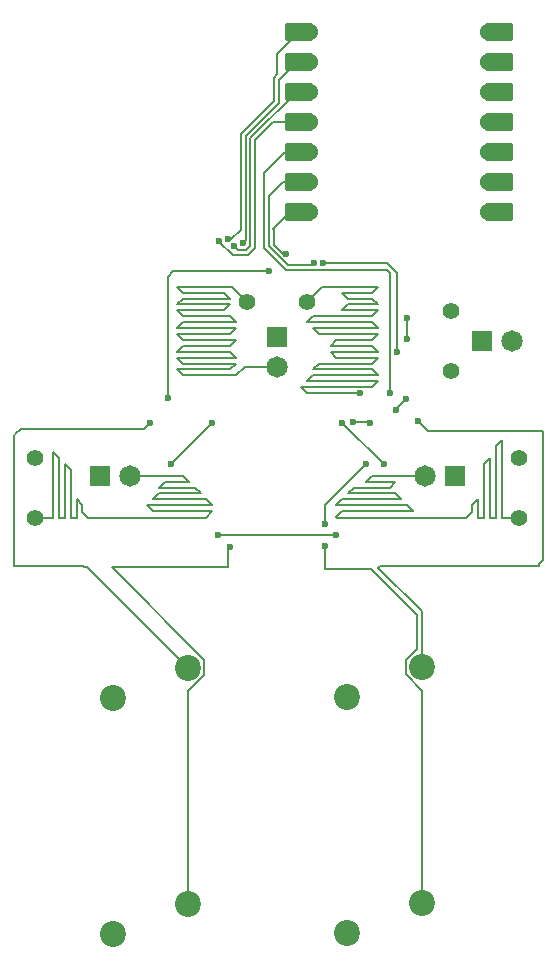
<source format=gbr>
%TF.GenerationSoftware,KiCad,Pcbnew,9.0.2*%
%TF.CreationDate,2025-06-30T11:25:01-04:00*%
%TF.ProjectId,magi_controller,6d616769-5f63-46f6-9e74-726f6c6c6572,rev?*%
%TF.SameCoordinates,Original*%
%TF.FileFunction,Copper,L1,Top*%
%TF.FilePolarity,Positive*%
%FSLAX46Y46*%
G04 Gerber Fmt 4.6, Leading zero omitted, Abs format (unit mm)*
G04 Created by KiCad (PCBNEW 9.0.2) date 2025-06-30 11:25:01*
%MOMM*%
%LPD*%
G01*
G04 APERTURE LIST*
G04 Aperture macros list*
%AMRoundRect*
0 Rectangle with rounded corners*
0 $1 Rounding radius*
0 $2 $3 $4 $5 $6 $7 $8 $9 X,Y pos of 4 corners*
0 Add a 4 corners polygon primitive as box body*
4,1,4,$2,$3,$4,$5,$6,$7,$8,$9,$2,$3,0*
0 Add four circle primitives for the rounded corners*
1,1,$1+$1,$2,$3*
1,1,$1+$1,$4,$5*
1,1,$1+$1,$6,$7*
1,1,$1+$1,$8,$9*
0 Add four rect primitives between the rounded corners*
20,1,$1+$1,$2,$3,$4,$5,0*
20,1,$1+$1,$4,$5,$6,$7,0*
20,1,$1+$1,$6,$7,$8,$9,0*
20,1,$1+$1,$8,$9,$2,$3,0*%
G04 Aperture macros list end*
%TA.AperFunction,ComponentPad*%
%ADD10C,1.400000*%
%TD*%
%TA.AperFunction,ComponentPad*%
%ADD11C,2.200000*%
%TD*%
%TA.AperFunction,ComponentPad*%
%ADD12C,1.815000*%
%TD*%
%TA.AperFunction,ComponentPad*%
%ADD13R,1.815000X1.815000*%
%TD*%
%TA.AperFunction,SMDPad,CuDef*%
%ADD14RoundRect,0.152400X1.063600X0.609600X-1.063600X0.609600X-1.063600X-0.609600X1.063600X-0.609600X0*%
%TD*%
%TA.AperFunction,ComponentPad*%
%ADD15C,1.524000*%
%TD*%
%TA.AperFunction,SMDPad,CuDef*%
%ADD16RoundRect,0.152400X-1.063600X-0.609600X1.063600X-0.609600X1.063600X0.609600X-1.063600X0.609600X0*%
%TD*%
%TA.AperFunction,ViaPad*%
%ADD17C,0.600000*%
%TD*%
%TA.AperFunction,Conductor*%
%ADD18C,0.200000*%
%TD*%
G04 APERTURE END LIST*
D10*
%TO.P,R1,1*%
%TO.N,Net-(D1-PadA)*%
X209000000Y-81540000D03*
%TO.P,R1,2*%
%TO.N,led1*%
X209000000Y-76460000D03*
%TD*%
D11*
%TO.P,SW3,1,1*%
%TO.N,button3*%
X180910000Y-114250000D03*
%TO.P,SW3,2,2*%
%TO.N,GND*%
X174560000Y-116790000D03*
%TD*%
D12*
%TO.P,D1,A*%
%TO.N,Net-(D1-PadA)*%
X200960000Y-78000000D03*
D13*
%TO.P,D1,C*%
%TO.N,GND*%
X203500000Y-78000000D03*
%TD*%
D11*
%TO.P,SW1,1,1*%
%TO.N,button1*%
X180910000Y-94250000D03*
%TO.P,SW1,2,2*%
%TO.N,GND*%
X174560000Y-96790000D03*
%TD*%
%TO.P,SW2,1,1*%
%TO.N,button2*%
X200760000Y-94210000D03*
%TO.P,SW2,2,2*%
%TO.N,GND*%
X194410000Y-96750000D03*
%TD*%
D10*
%TO.P,R4,1*%
%TO.N,Net-(D4-PadA)*%
X203160000Y-69090000D03*
%TO.P,R4,2*%
%TO.N,led4*%
X203160000Y-64010000D03*
%TD*%
D12*
%TO.P,D2,A*%
%TO.N,Net-(D2-PadA)*%
X188441291Y-68770000D03*
D13*
%TO.P,D2,C*%
%TO.N,GND*%
X188441291Y-66230000D03*
%TD*%
D10*
%TO.P,R2,1*%
%TO.N,Net-(D2-PadA)*%
X185901291Y-63270000D03*
%TO.P,R2,2*%
%TO.N,led2*%
X190981291Y-63270000D03*
%TD*%
%TO.P,R3,1*%
%TO.N,Net-(D3-PadA)*%
X168000000Y-81580000D03*
%TO.P,R3,2*%
%TO.N,led3*%
X168000000Y-76500000D03*
%TD*%
D14*
%TO.P,U1,1,GPIO26/ADC0/A0*%
%TO.N,button1*%
X190365000Y-40400000D03*
D15*
X191200000Y-40400000D03*
D14*
%TO.P,U1,2,GPIO27/ADC1/A1*%
%TO.N,button2*%
X190365000Y-42940000D03*
D15*
X191200000Y-42940000D03*
D14*
%TO.P,U1,3,GPIO28/ADC2/A2*%
%TO.N,button3*%
X190365000Y-45480000D03*
D15*
X191200000Y-45480000D03*
D14*
%TO.P,U1,4,GPIO29/ADC3/A3*%
%TO.N,button4*%
X190365000Y-48020000D03*
D15*
X191200000Y-48020000D03*
D14*
%TO.P,U1,5,GPIO6/SDA*%
%TO.N,led1*%
X190365000Y-50560000D03*
D15*
X191200000Y-50560000D03*
D14*
%TO.P,U1,6,GPIO7/SCL*%
%TO.N,led2*%
X190365000Y-53100000D03*
D15*
X191200000Y-53100000D03*
D14*
%TO.P,U1,7,GPIO0/TX*%
%TO.N,led3*%
X190365000Y-55640000D03*
D15*
X191200000Y-55640000D03*
%TO.P,U1,8,GPIO1/RX*%
%TO.N,led4*%
X206440000Y-55640000D03*
D16*
X207275000Y-55640000D03*
D15*
%TO.P,U1,9,GPIO2/SCK*%
%TO.N,unconnected-(U1-GPIO2{slash}SCK-Pad9)*%
X206440000Y-53100000D03*
D16*
X207275000Y-53100000D03*
D15*
%TO.P,U1,10,GPIO4/MISO*%
%TO.N,unconnected-(U1-GPIO4{slash}MISO-Pad10)*%
X206440000Y-50560000D03*
D16*
X207275000Y-50560000D03*
D15*
%TO.P,U1,11,GPIO3/MOSI*%
%TO.N,unconnected-(U1-GPIO3{slash}MOSI-Pad11)*%
X206440000Y-48020000D03*
D16*
X207275000Y-48020000D03*
D15*
%TO.P,U1,12,3V3*%
%TO.N,unconnected-(U1-3V3-Pad12)*%
X206440000Y-45480000D03*
D16*
X207275000Y-45480000D03*
D15*
%TO.P,U1,13,GND*%
%TO.N,GND*%
X206440000Y-42940000D03*
D16*
X207275000Y-42940000D03*
D15*
%TO.P,U1,14,VBUS*%
%TO.N,unconnected-(U1-VBUS-Pad14)*%
X206440000Y-40400000D03*
D16*
X207275000Y-40400000D03*
%TD*%
D11*
%TO.P,SW4,1,1*%
%TO.N,button4*%
X200760000Y-114210000D03*
%TO.P,SW4,2,2*%
%TO.N,GND*%
X194410000Y-116750000D03*
%TD*%
D12*
%TO.P,D3,A*%
%TO.N,Net-(D3-PadA)*%
X176000000Y-78000000D03*
D13*
%TO.P,D3,C*%
%TO.N,GND*%
X173460000Y-78000000D03*
%TD*%
D12*
%TO.P,D4,A*%
%TO.N,Net-(D4-PadA)*%
X208360000Y-66602871D03*
D13*
%TO.P,D4,C*%
%TO.N,GND*%
X205820000Y-66602871D03*
%TD*%
D17*
%TO.N,GND*%
X194000000Y-73500000D03*
X197500000Y-77000000D03*
X193500000Y-83000000D03*
X179500000Y-77000000D03*
X183000000Y-73500000D03*
X183500000Y-83000000D03*
%TO.N,led1*%
X198000000Y-71000000D03*
%TO.N,led2*%
X195500000Y-71000000D03*
X191600000Y-60000000D03*
%TO.N,led3*%
X189250000Y-59220000D03*
X187769750Y-60687868D03*
X179200000Y-71400000D03*
%TO.N,button1*%
X177748744Y-73511759D03*
X184340365Y-57955859D03*
%TO.N,button2*%
X185580000Y-58310000D03*
X198600000Y-67500000D03*
X192400003Y-60000000D03*
X200370000Y-73360000D03*
%TO.N,button3*%
X184450000Y-84040000D03*
X184830039Y-58588491D03*
%TO.N,button4*%
X198555735Y-72394265D03*
X194902425Y-73446103D03*
X192560000Y-82100000D03*
X199470000Y-64680000D03*
X196349265Y-73499265D03*
X196010000Y-76990000D03*
X183565735Y-58155735D03*
X192560000Y-83910000D03*
X199434265Y-66414265D03*
X199384265Y-71525735D03*
%TD*%
D18*
%TO.N,button1*%
X166240000Y-74645539D02*
X166319330Y-74480808D01*
X172120000Y-85680000D02*
X166240000Y-85680000D01*
X172170000Y-85730000D02*
X172120000Y-85680000D01*
X166240000Y-85680000D02*
X166240000Y-74645539D01*
X166319330Y-74480808D02*
X166789635Y-74010503D01*
X166789635Y-74010503D02*
X177250000Y-74010503D01*
%TO.N,button2*%
X210660000Y-85460000D02*
X210949000Y-85171000D01*
X210949000Y-85171000D02*
X210949000Y-74240000D01*
X210949000Y-74240000D02*
X201250000Y-74240000D01*
X197060000Y-85790000D02*
X197230000Y-85620000D01*
X197230000Y-85620000D02*
X210660000Y-85620000D01*
X210660000Y-85620000D02*
X210660000Y-85460000D01*
%TO.N,Net-(D1-PadA)*%
X194000000Y-81000000D02*
X193500000Y-81500000D01*
X199000000Y-80000000D02*
X194000000Y-80000000D01*
X200960000Y-78000000D02*
X196500000Y-78000000D01*
X198000000Y-79000000D02*
X195000000Y-79000000D01*
X205500000Y-80000000D02*
X205000000Y-80500000D01*
X206500000Y-81540000D02*
X207000000Y-81540000D01*
X194500000Y-79500000D02*
X198500000Y-79500000D01*
X207000000Y-75500000D02*
X207500000Y-75000000D01*
X205500000Y-81540000D02*
X206000000Y-81540000D01*
X194000000Y-80000000D02*
X193500000Y-80500000D01*
X198500000Y-79500000D02*
X199000000Y-80000000D01*
X205500000Y-81540000D02*
X205500000Y-80000000D01*
X196500000Y-78000000D02*
X196000000Y-78500000D01*
X207500000Y-81540000D02*
X209000000Y-81540000D01*
X198500000Y-78500000D02*
X198000000Y-79000000D01*
X205000000Y-81040000D02*
X204500000Y-81540000D01*
X196000000Y-78500000D02*
X198500000Y-78500000D01*
X206000000Y-81540000D02*
X206000000Y-77000000D01*
X206500000Y-76500000D02*
X206500000Y-81540000D01*
X193500000Y-80500000D02*
X199500000Y-80500000D01*
X207500000Y-75000000D02*
X207500000Y-81540000D01*
X199500000Y-80500000D02*
X200000000Y-81000000D01*
X206000000Y-77000000D02*
X206500000Y-76500000D01*
X207000000Y-81540000D02*
X207000000Y-75500000D01*
X200000000Y-81000000D02*
X194000000Y-81000000D01*
X205000000Y-80500000D02*
X205000000Y-81040000D01*
X195000000Y-79000000D02*
X194500000Y-79500000D01*
X193540000Y-81540000D02*
X204500000Y-81540000D01*
X193500000Y-81500000D02*
X193540000Y-81540000D01*
%TO.N,GND*%
X197500000Y-77000000D02*
X194000000Y-73500000D01*
X179500000Y-77000000D02*
X183000000Y-73500000D01*
X193500000Y-83000000D02*
X183500000Y-83000000D01*
%TO.N,Net-(D2-PadA)*%
X185000000Y-65500000D02*
X184500000Y-66000000D01*
X180500000Y-62500000D02*
X184000000Y-62500000D01*
X184631291Y-62000000D02*
X184500000Y-62000000D01*
X185000000Y-65000000D02*
X180500000Y-65000000D01*
X180000000Y-69000000D02*
X180500000Y-69500000D01*
X180000000Y-65500000D02*
X185000000Y-65500000D01*
X185000000Y-69500000D02*
X185730000Y-68770000D01*
X185901291Y-63270000D02*
X184631291Y-62000000D01*
X184500000Y-64500000D02*
X185000000Y-65000000D01*
X180000000Y-66000000D02*
X180500000Y-66500000D01*
X180000000Y-62000000D02*
X180500000Y-62500000D01*
X180000000Y-62000000D02*
X180219357Y-62000000D01*
X180500000Y-63000000D02*
X180000000Y-63500000D01*
X180500000Y-65000000D02*
X180000000Y-65500000D01*
X185000000Y-68000000D02*
X180000000Y-68000000D01*
X180500000Y-64500000D02*
X184500000Y-64500000D01*
X184500000Y-63000000D02*
X180500000Y-63000000D01*
X180000000Y-64000000D02*
X180500000Y-64500000D01*
X180500000Y-69500000D02*
X185000000Y-69500000D01*
X184500000Y-67500000D02*
X185000000Y-68000000D01*
X180000000Y-63500000D02*
X184500000Y-63500000D01*
X184500000Y-66000000D02*
X180000000Y-66000000D01*
X184500000Y-67000000D02*
X180500000Y-67000000D01*
X180500000Y-68500000D02*
X185000000Y-68500000D01*
X180000000Y-68000000D02*
X180500000Y-68500000D01*
X184000000Y-62500000D02*
X184500000Y-63000000D01*
X180500000Y-67000000D02*
X180000000Y-67500000D01*
X185730000Y-68770000D02*
X188441291Y-68770000D01*
X184000000Y-64000000D02*
X180000000Y-64000000D01*
X184500000Y-63500000D02*
X184000000Y-64000000D01*
X185000000Y-68500000D02*
X184500000Y-69000000D01*
X184500000Y-69000000D02*
X180000000Y-69000000D01*
X180500000Y-66500000D02*
X185000000Y-66500000D01*
X184500000Y-62000000D02*
X180000000Y-62000000D01*
X185000000Y-66500000D02*
X184500000Y-67000000D01*
X180000000Y-67500000D02*
X184500000Y-67500000D01*
%TO.N,Net-(D3-PadA)*%
X170000000Y-81580000D02*
X170500000Y-81580000D01*
X178500000Y-79000000D02*
X179000000Y-78500000D01*
X178000000Y-81000000D02*
X177500000Y-80500000D01*
X172000000Y-80500000D02*
X172000000Y-81080000D01*
X179000000Y-78500000D02*
X181000000Y-78500000D01*
X170000000Y-76500000D02*
X170000000Y-81580000D01*
X178500000Y-79500000D02*
X182000000Y-79500000D01*
X182420000Y-81580000D02*
X183000000Y-81000000D01*
X169500000Y-81580000D02*
X169500000Y-76000000D01*
X172500000Y-81580000D02*
X182420000Y-81580000D01*
X171000000Y-81580000D02*
X171500000Y-81580000D01*
X182500000Y-80000000D02*
X178000000Y-80000000D01*
X183000000Y-80500000D02*
X182500000Y-80000000D01*
X181000000Y-78500000D02*
X180500000Y-78000000D01*
X178000000Y-80000000D02*
X178500000Y-79500000D01*
X168000000Y-81580000D02*
X169500000Y-81580000D01*
X171500000Y-81580000D02*
X171500000Y-80000000D01*
X180500000Y-78000000D02*
X176000000Y-78000000D01*
X170500000Y-81580000D02*
X170500000Y-77000000D01*
X169500000Y-76000000D02*
X170000000Y-76500000D01*
X171000000Y-77500000D02*
X171000000Y-81580000D01*
X171500000Y-80000000D02*
X172000000Y-80500000D01*
X177500000Y-80500000D02*
X183000000Y-80500000D01*
X182000000Y-79500000D02*
X181500000Y-79000000D01*
X183000000Y-81000000D02*
X178000000Y-81000000D01*
X181500000Y-79000000D02*
X178500000Y-79000000D01*
X170500000Y-77000000D02*
X171000000Y-77500000D01*
X172000000Y-81080000D02*
X172500000Y-81580000D01*
%TO.N,led1*%
X187358000Y-58745043D02*
X187358000Y-52342000D01*
X198000000Y-60800000D02*
X197800000Y-60600000D01*
X189140000Y-50560000D02*
X191200000Y-50560000D01*
X198000000Y-71000000D02*
X198000000Y-60800000D01*
X189212957Y-60600000D02*
X187358000Y-58745043D01*
X197800000Y-60600000D02*
X189212957Y-60600000D01*
X187358000Y-52342000D02*
X189140000Y-50560000D01*
%TO.N,led2*%
X193000000Y-67000000D02*
X196500000Y-67000000D01*
X191500000Y-69500000D02*
X191000000Y-70000000D01*
X195477739Y-71022261D02*
X195500000Y-71000000D01*
X197000000Y-63500000D02*
X196500000Y-63000000D01*
X196500000Y-67000000D02*
X197000000Y-67500000D01*
X197000000Y-66000000D02*
X192000000Y-66000000D01*
X196500000Y-65000000D02*
X191000000Y-65000000D01*
X191500000Y-65500000D02*
X197000000Y-65500000D01*
X196500000Y-70500000D02*
X190500000Y-70500000D01*
X191500000Y-64500000D02*
X196500000Y-64500000D01*
X197000000Y-68000000D02*
X196500000Y-68500000D01*
X191000000Y-71000000D02*
X191022261Y-71022261D01*
X193000000Y-67500000D02*
X193500000Y-68000000D01*
X196500000Y-68500000D02*
X192000000Y-68500000D01*
X191000000Y-65000000D02*
X191500000Y-64500000D01*
X192000000Y-68500000D02*
X191500000Y-69000000D01*
X192000000Y-66000000D02*
X191500000Y-65500000D01*
X196500000Y-69000000D02*
X197000000Y-69500000D01*
X197000000Y-62000000D02*
X192251291Y-62000000D01*
X191401000Y-60199000D02*
X189379057Y-60199000D01*
X197000000Y-64000000D02*
X194000000Y-64000000D01*
X191000000Y-70000000D02*
X197000000Y-70000000D01*
X194500000Y-63500000D02*
X197000000Y-63500000D01*
X190500000Y-70500000D02*
X191000000Y-71000000D01*
X191022261Y-71022261D02*
X195477739Y-71022261D01*
X193500000Y-68000000D02*
X197000000Y-68000000D01*
X197000000Y-67500000D02*
X193000000Y-67500000D01*
X188950000Y-53100000D02*
X191200000Y-53100000D01*
X197000000Y-70000000D02*
X196500000Y-70500000D01*
X187759000Y-54291000D02*
X188950000Y-53100000D01*
X189379057Y-60199000D02*
X187759000Y-58578943D01*
X187759000Y-58578943D02*
X187759000Y-54291000D01*
X193500000Y-66500000D02*
X196500000Y-66500000D01*
X193000000Y-67000000D02*
X193500000Y-66500000D01*
X194000000Y-62500000D02*
X196500000Y-62500000D01*
X191500000Y-69000000D02*
X196500000Y-69000000D01*
X196500000Y-66500000D02*
X197000000Y-66000000D01*
X191600000Y-60000000D02*
X191401000Y-60199000D01*
X197000000Y-65500000D02*
X196500000Y-65000000D01*
X194500000Y-63000000D02*
X194000000Y-62500000D01*
X192251291Y-62000000D02*
X190981291Y-63270000D01*
X197000000Y-69500000D02*
X191500000Y-69500000D01*
X196500000Y-64500000D02*
X197000000Y-64000000D01*
X196500000Y-62500000D02*
X197000000Y-62000000D01*
X194000000Y-64000000D02*
X194500000Y-63500000D01*
X196500000Y-63000000D02*
X194500000Y-63000000D01*
%TO.N,led3*%
X188190000Y-58440000D02*
X188190000Y-57110000D01*
X189250000Y-59220000D02*
X188970000Y-59220000D01*
X189600000Y-55640000D02*
X191200000Y-55640000D01*
X188160000Y-57080000D02*
X189600000Y-55640000D01*
X179200000Y-61160000D02*
X179672132Y-60687868D01*
X188190000Y-57110000D02*
X188160000Y-57080000D01*
X179200000Y-71400000D02*
X179200000Y-61160000D01*
X188970000Y-59220000D02*
X188190000Y-58440000D01*
X179672132Y-60687868D02*
X187769750Y-60687868D01*
%TO.N,button1*%
X184340365Y-57955859D02*
X184614141Y-57955859D01*
X185408000Y-57162000D02*
X185408000Y-49060170D01*
X185408000Y-49060170D02*
X188209000Y-46259170D01*
X188470000Y-44025270D02*
X188470000Y-42295000D01*
X172390000Y-85730000D02*
X172170000Y-85730000D01*
X190365000Y-40400000D02*
X191200000Y-40400000D01*
X188470000Y-42295000D02*
X190365000Y-40400000D01*
X188209000Y-44286270D02*
X188470000Y-44025270D01*
X177250000Y-74040000D02*
X177250000Y-74010503D01*
X177250000Y-74010503D02*
X177748744Y-73511759D01*
X180910000Y-94250000D02*
X172390000Y-85730000D01*
X188209000Y-46259170D02*
X188209000Y-44286270D01*
X184614141Y-57955859D02*
X185408000Y-57162000D01*
%TO.N,button2*%
X188610000Y-44452370D02*
X190122370Y-42940000D01*
X198600000Y-60832900D02*
X197767100Y-60000000D01*
X198600000Y-67500000D02*
X198600000Y-60832900D01*
X190122370Y-42940000D02*
X191200000Y-42940000D01*
X197767100Y-60000000D02*
X192400003Y-60000000D01*
X185580000Y-58310000D02*
X185809000Y-58081000D01*
X185809000Y-58081000D02*
X185809000Y-49226270D01*
X188610000Y-46425270D02*
X188610000Y-44452370D01*
X185809000Y-49226270D02*
X188610000Y-46425270D01*
%TO.N,button3*%
X180910000Y-114250000D02*
X180910000Y-96231314D01*
X182311000Y-93601000D02*
X174460000Y-85750000D01*
X184290000Y-85750000D02*
X184320000Y-85720000D01*
X186210000Y-49392370D02*
X190122370Y-45480000D01*
X184830039Y-58588491D02*
X185152548Y-58911000D01*
X184320000Y-85720000D02*
X184320000Y-84170000D01*
X190122370Y-45480000D02*
X191200000Y-45480000D01*
X185152548Y-58911000D02*
X185828943Y-58911000D01*
X186210000Y-58529943D02*
X186210000Y-49392370D01*
X182311000Y-94830314D02*
X182311000Y-93601000D01*
X174460000Y-85750000D02*
X184290000Y-85750000D01*
X184320000Y-84170000D02*
X184450000Y-84040000D01*
X185828943Y-58911000D02*
X186210000Y-58529943D01*
X180910000Y-96231314D02*
X182311000Y-94830314D01*
%TO.N,button4*%
X186611000Y-58696043D02*
X186611000Y-49558470D01*
X200359000Y-92660000D02*
X200359000Y-89799000D01*
X200760000Y-96191314D02*
X199359000Y-94790314D01*
X196420000Y-85860000D02*
X192570000Y-85860000D01*
X185995043Y-59312000D02*
X186611000Y-58696043D01*
X196296103Y-73446103D02*
X196349265Y-73499265D01*
X198555735Y-72354265D02*
X199384265Y-71525735D01*
X192560000Y-85870000D02*
X192560000Y-83910000D01*
X200760000Y-114210000D02*
X200760000Y-96191314D01*
X199434265Y-66414265D02*
X199434265Y-64715735D01*
X188149470Y-48020000D02*
X191200000Y-48020000D01*
X184703605Y-59312000D02*
X185995043Y-59312000D01*
X183565735Y-58174130D02*
X184703605Y-59312000D01*
X183565735Y-58155735D02*
X183565735Y-58174130D01*
X199359000Y-93629686D02*
X200328686Y-92660000D01*
X198555735Y-72394265D02*
X198555735Y-72354265D01*
X192560000Y-80440000D02*
X196010000Y-76990000D01*
X199359000Y-94790314D02*
X199359000Y-93629686D01*
X194902425Y-73446103D02*
X196296103Y-73446103D01*
X199434265Y-64715735D02*
X199470000Y-64680000D01*
X192570000Y-85860000D02*
X192560000Y-85870000D01*
X200359000Y-89799000D02*
X196420000Y-85860000D01*
X192560000Y-82100000D02*
X192560000Y-80440000D01*
X186611000Y-49558470D02*
X188149470Y-48020000D01*
X200328686Y-92660000D02*
X200359000Y-92660000D01*
%TO.N,button2*%
X201250000Y-74240000D02*
X200370000Y-73360000D01*
X197060000Y-85790000D02*
X197110000Y-85840000D01*
X200760000Y-89490000D02*
X197060000Y-85790000D01*
X200760000Y-94210000D02*
X200760000Y-89490000D01*
%TD*%
M02*

</source>
